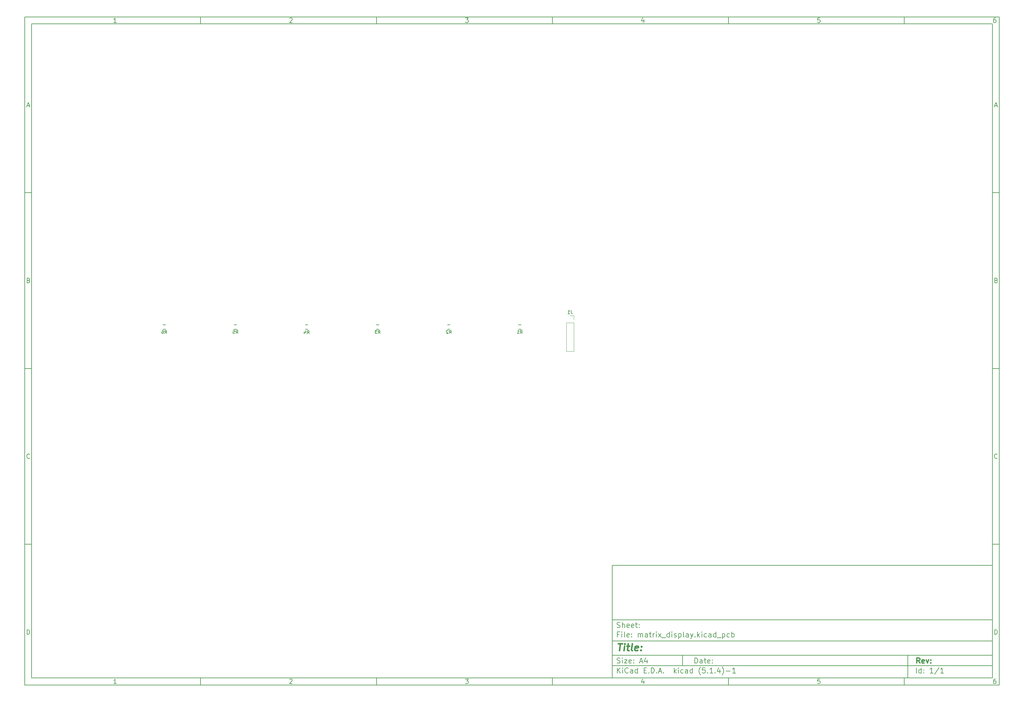
<source format=gbo>
G04 #@! TF.GenerationSoftware,KiCad,Pcbnew,(5.1.4)-1*
G04 #@! TF.CreationDate,2019-10-28T14:50:51+08:00*
G04 #@! TF.ProjectId,matrix_display,6d617472-6978-45f6-9469-73706c61792e,rev?*
G04 #@! TF.SameCoordinates,Original*
G04 #@! TF.FileFunction,Legend,Bot*
G04 #@! TF.FilePolarity,Positive*
%FSLAX46Y46*%
G04 Gerber Fmt 4.6, Leading zero omitted, Abs format (unit mm)*
G04 Created by KiCad (PCBNEW (5.1.4)-1) date 2019-10-28 14:50:51*
%MOMM*%
%LPD*%
G04 APERTURE LIST*
%ADD10C,0.150000*%
%ADD11C,0.300000*%
%ADD12C,0.400000*%
%ADD13C,0.120000*%
G04 APERTURE END LIST*
D10*
X177002200Y-166007200D02*
X177002200Y-198007200D01*
X285002200Y-198007200D01*
X285002200Y-166007200D01*
X177002200Y-166007200D01*
X10000000Y-10000000D02*
X10000000Y-200007200D01*
X287002200Y-200007200D01*
X287002200Y-10000000D01*
X10000000Y-10000000D01*
X12000000Y-12000000D02*
X12000000Y-198007200D01*
X285002200Y-198007200D01*
X285002200Y-12000000D01*
X12000000Y-12000000D01*
X60000000Y-12000000D02*
X60000000Y-10000000D01*
X110000000Y-12000000D02*
X110000000Y-10000000D01*
X160000000Y-12000000D02*
X160000000Y-10000000D01*
X210000000Y-12000000D02*
X210000000Y-10000000D01*
X260000000Y-12000000D02*
X260000000Y-10000000D01*
X36065476Y-11588095D02*
X35322619Y-11588095D01*
X35694047Y-11588095D02*
X35694047Y-10288095D01*
X35570238Y-10473809D01*
X35446428Y-10597619D01*
X35322619Y-10659523D01*
X85322619Y-10411904D02*
X85384523Y-10350000D01*
X85508333Y-10288095D01*
X85817857Y-10288095D01*
X85941666Y-10350000D01*
X86003571Y-10411904D01*
X86065476Y-10535714D01*
X86065476Y-10659523D01*
X86003571Y-10845238D01*
X85260714Y-11588095D01*
X86065476Y-11588095D01*
X135260714Y-10288095D02*
X136065476Y-10288095D01*
X135632142Y-10783333D01*
X135817857Y-10783333D01*
X135941666Y-10845238D01*
X136003571Y-10907142D01*
X136065476Y-11030952D01*
X136065476Y-11340476D01*
X136003571Y-11464285D01*
X135941666Y-11526190D01*
X135817857Y-11588095D01*
X135446428Y-11588095D01*
X135322619Y-11526190D01*
X135260714Y-11464285D01*
X185941666Y-10721428D02*
X185941666Y-11588095D01*
X185632142Y-10226190D02*
X185322619Y-11154761D01*
X186127380Y-11154761D01*
X236003571Y-10288095D02*
X235384523Y-10288095D01*
X235322619Y-10907142D01*
X235384523Y-10845238D01*
X235508333Y-10783333D01*
X235817857Y-10783333D01*
X235941666Y-10845238D01*
X236003571Y-10907142D01*
X236065476Y-11030952D01*
X236065476Y-11340476D01*
X236003571Y-11464285D01*
X235941666Y-11526190D01*
X235817857Y-11588095D01*
X235508333Y-11588095D01*
X235384523Y-11526190D01*
X235322619Y-11464285D01*
X285941666Y-10288095D02*
X285694047Y-10288095D01*
X285570238Y-10350000D01*
X285508333Y-10411904D01*
X285384523Y-10597619D01*
X285322619Y-10845238D01*
X285322619Y-11340476D01*
X285384523Y-11464285D01*
X285446428Y-11526190D01*
X285570238Y-11588095D01*
X285817857Y-11588095D01*
X285941666Y-11526190D01*
X286003571Y-11464285D01*
X286065476Y-11340476D01*
X286065476Y-11030952D01*
X286003571Y-10907142D01*
X285941666Y-10845238D01*
X285817857Y-10783333D01*
X285570238Y-10783333D01*
X285446428Y-10845238D01*
X285384523Y-10907142D01*
X285322619Y-11030952D01*
X60000000Y-198007200D02*
X60000000Y-200007200D01*
X110000000Y-198007200D02*
X110000000Y-200007200D01*
X160000000Y-198007200D02*
X160000000Y-200007200D01*
X210000000Y-198007200D02*
X210000000Y-200007200D01*
X260000000Y-198007200D02*
X260000000Y-200007200D01*
X36065476Y-199595295D02*
X35322619Y-199595295D01*
X35694047Y-199595295D02*
X35694047Y-198295295D01*
X35570238Y-198481009D01*
X35446428Y-198604819D01*
X35322619Y-198666723D01*
X85322619Y-198419104D02*
X85384523Y-198357200D01*
X85508333Y-198295295D01*
X85817857Y-198295295D01*
X85941666Y-198357200D01*
X86003571Y-198419104D01*
X86065476Y-198542914D01*
X86065476Y-198666723D01*
X86003571Y-198852438D01*
X85260714Y-199595295D01*
X86065476Y-199595295D01*
X135260714Y-198295295D02*
X136065476Y-198295295D01*
X135632142Y-198790533D01*
X135817857Y-198790533D01*
X135941666Y-198852438D01*
X136003571Y-198914342D01*
X136065476Y-199038152D01*
X136065476Y-199347676D01*
X136003571Y-199471485D01*
X135941666Y-199533390D01*
X135817857Y-199595295D01*
X135446428Y-199595295D01*
X135322619Y-199533390D01*
X135260714Y-199471485D01*
X185941666Y-198728628D02*
X185941666Y-199595295D01*
X185632142Y-198233390D02*
X185322619Y-199161961D01*
X186127380Y-199161961D01*
X236003571Y-198295295D02*
X235384523Y-198295295D01*
X235322619Y-198914342D01*
X235384523Y-198852438D01*
X235508333Y-198790533D01*
X235817857Y-198790533D01*
X235941666Y-198852438D01*
X236003571Y-198914342D01*
X236065476Y-199038152D01*
X236065476Y-199347676D01*
X236003571Y-199471485D01*
X235941666Y-199533390D01*
X235817857Y-199595295D01*
X235508333Y-199595295D01*
X235384523Y-199533390D01*
X235322619Y-199471485D01*
X285941666Y-198295295D02*
X285694047Y-198295295D01*
X285570238Y-198357200D01*
X285508333Y-198419104D01*
X285384523Y-198604819D01*
X285322619Y-198852438D01*
X285322619Y-199347676D01*
X285384523Y-199471485D01*
X285446428Y-199533390D01*
X285570238Y-199595295D01*
X285817857Y-199595295D01*
X285941666Y-199533390D01*
X286003571Y-199471485D01*
X286065476Y-199347676D01*
X286065476Y-199038152D01*
X286003571Y-198914342D01*
X285941666Y-198852438D01*
X285817857Y-198790533D01*
X285570238Y-198790533D01*
X285446428Y-198852438D01*
X285384523Y-198914342D01*
X285322619Y-199038152D01*
X10000000Y-60000000D02*
X12000000Y-60000000D01*
X10000000Y-110000000D02*
X12000000Y-110000000D01*
X10000000Y-160000000D02*
X12000000Y-160000000D01*
X10690476Y-35216666D02*
X11309523Y-35216666D01*
X10566666Y-35588095D02*
X11000000Y-34288095D01*
X11433333Y-35588095D01*
X11092857Y-84907142D02*
X11278571Y-84969047D01*
X11340476Y-85030952D01*
X11402380Y-85154761D01*
X11402380Y-85340476D01*
X11340476Y-85464285D01*
X11278571Y-85526190D01*
X11154761Y-85588095D01*
X10659523Y-85588095D01*
X10659523Y-84288095D01*
X11092857Y-84288095D01*
X11216666Y-84350000D01*
X11278571Y-84411904D01*
X11340476Y-84535714D01*
X11340476Y-84659523D01*
X11278571Y-84783333D01*
X11216666Y-84845238D01*
X11092857Y-84907142D01*
X10659523Y-84907142D01*
X11402380Y-135464285D02*
X11340476Y-135526190D01*
X11154761Y-135588095D01*
X11030952Y-135588095D01*
X10845238Y-135526190D01*
X10721428Y-135402380D01*
X10659523Y-135278571D01*
X10597619Y-135030952D01*
X10597619Y-134845238D01*
X10659523Y-134597619D01*
X10721428Y-134473809D01*
X10845238Y-134350000D01*
X11030952Y-134288095D01*
X11154761Y-134288095D01*
X11340476Y-134350000D01*
X11402380Y-134411904D01*
X10659523Y-185588095D02*
X10659523Y-184288095D01*
X10969047Y-184288095D01*
X11154761Y-184350000D01*
X11278571Y-184473809D01*
X11340476Y-184597619D01*
X11402380Y-184845238D01*
X11402380Y-185030952D01*
X11340476Y-185278571D01*
X11278571Y-185402380D01*
X11154761Y-185526190D01*
X10969047Y-185588095D01*
X10659523Y-185588095D01*
X287002200Y-60000000D02*
X285002200Y-60000000D01*
X287002200Y-110000000D02*
X285002200Y-110000000D01*
X287002200Y-160000000D02*
X285002200Y-160000000D01*
X285692676Y-35216666D02*
X286311723Y-35216666D01*
X285568866Y-35588095D02*
X286002200Y-34288095D01*
X286435533Y-35588095D01*
X286095057Y-84907142D02*
X286280771Y-84969047D01*
X286342676Y-85030952D01*
X286404580Y-85154761D01*
X286404580Y-85340476D01*
X286342676Y-85464285D01*
X286280771Y-85526190D01*
X286156961Y-85588095D01*
X285661723Y-85588095D01*
X285661723Y-84288095D01*
X286095057Y-84288095D01*
X286218866Y-84350000D01*
X286280771Y-84411904D01*
X286342676Y-84535714D01*
X286342676Y-84659523D01*
X286280771Y-84783333D01*
X286218866Y-84845238D01*
X286095057Y-84907142D01*
X285661723Y-84907142D01*
X286404580Y-135464285D02*
X286342676Y-135526190D01*
X286156961Y-135588095D01*
X286033152Y-135588095D01*
X285847438Y-135526190D01*
X285723628Y-135402380D01*
X285661723Y-135278571D01*
X285599819Y-135030952D01*
X285599819Y-134845238D01*
X285661723Y-134597619D01*
X285723628Y-134473809D01*
X285847438Y-134350000D01*
X286033152Y-134288095D01*
X286156961Y-134288095D01*
X286342676Y-134350000D01*
X286404580Y-134411904D01*
X285661723Y-185588095D02*
X285661723Y-184288095D01*
X285971247Y-184288095D01*
X286156961Y-184350000D01*
X286280771Y-184473809D01*
X286342676Y-184597619D01*
X286404580Y-184845238D01*
X286404580Y-185030952D01*
X286342676Y-185278571D01*
X286280771Y-185402380D01*
X286156961Y-185526190D01*
X285971247Y-185588095D01*
X285661723Y-185588095D01*
X200434342Y-193785771D02*
X200434342Y-192285771D01*
X200791485Y-192285771D01*
X201005771Y-192357200D01*
X201148628Y-192500057D01*
X201220057Y-192642914D01*
X201291485Y-192928628D01*
X201291485Y-193142914D01*
X201220057Y-193428628D01*
X201148628Y-193571485D01*
X201005771Y-193714342D01*
X200791485Y-193785771D01*
X200434342Y-193785771D01*
X202577200Y-193785771D02*
X202577200Y-193000057D01*
X202505771Y-192857200D01*
X202362914Y-192785771D01*
X202077200Y-192785771D01*
X201934342Y-192857200D01*
X202577200Y-193714342D02*
X202434342Y-193785771D01*
X202077200Y-193785771D01*
X201934342Y-193714342D01*
X201862914Y-193571485D01*
X201862914Y-193428628D01*
X201934342Y-193285771D01*
X202077200Y-193214342D01*
X202434342Y-193214342D01*
X202577200Y-193142914D01*
X203077200Y-192785771D02*
X203648628Y-192785771D01*
X203291485Y-192285771D02*
X203291485Y-193571485D01*
X203362914Y-193714342D01*
X203505771Y-193785771D01*
X203648628Y-193785771D01*
X204720057Y-193714342D02*
X204577200Y-193785771D01*
X204291485Y-193785771D01*
X204148628Y-193714342D01*
X204077200Y-193571485D01*
X204077200Y-193000057D01*
X204148628Y-192857200D01*
X204291485Y-192785771D01*
X204577200Y-192785771D01*
X204720057Y-192857200D01*
X204791485Y-193000057D01*
X204791485Y-193142914D01*
X204077200Y-193285771D01*
X205434342Y-193642914D02*
X205505771Y-193714342D01*
X205434342Y-193785771D01*
X205362914Y-193714342D01*
X205434342Y-193642914D01*
X205434342Y-193785771D01*
X205434342Y-192857200D02*
X205505771Y-192928628D01*
X205434342Y-193000057D01*
X205362914Y-192928628D01*
X205434342Y-192857200D01*
X205434342Y-193000057D01*
X177002200Y-194507200D02*
X285002200Y-194507200D01*
X178434342Y-196585771D02*
X178434342Y-195085771D01*
X179291485Y-196585771D02*
X178648628Y-195728628D01*
X179291485Y-195085771D02*
X178434342Y-195942914D01*
X179934342Y-196585771D02*
X179934342Y-195585771D01*
X179934342Y-195085771D02*
X179862914Y-195157200D01*
X179934342Y-195228628D01*
X180005771Y-195157200D01*
X179934342Y-195085771D01*
X179934342Y-195228628D01*
X181505771Y-196442914D02*
X181434342Y-196514342D01*
X181220057Y-196585771D01*
X181077200Y-196585771D01*
X180862914Y-196514342D01*
X180720057Y-196371485D01*
X180648628Y-196228628D01*
X180577200Y-195942914D01*
X180577200Y-195728628D01*
X180648628Y-195442914D01*
X180720057Y-195300057D01*
X180862914Y-195157200D01*
X181077200Y-195085771D01*
X181220057Y-195085771D01*
X181434342Y-195157200D01*
X181505771Y-195228628D01*
X182791485Y-196585771D02*
X182791485Y-195800057D01*
X182720057Y-195657200D01*
X182577200Y-195585771D01*
X182291485Y-195585771D01*
X182148628Y-195657200D01*
X182791485Y-196514342D02*
X182648628Y-196585771D01*
X182291485Y-196585771D01*
X182148628Y-196514342D01*
X182077200Y-196371485D01*
X182077200Y-196228628D01*
X182148628Y-196085771D01*
X182291485Y-196014342D01*
X182648628Y-196014342D01*
X182791485Y-195942914D01*
X184148628Y-196585771D02*
X184148628Y-195085771D01*
X184148628Y-196514342D02*
X184005771Y-196585771D01*
X183720057Y-196585771D01*
X183577200Y-196514342D01*
X183505771Y-196442914D01*
X183434342Y-196300057D01*
X183434342Y-195871485D01*
X183505771Y-195728628D01*
X183577200Y-195657200D01*
X183720057Y-195585771D01*
X184005771Y-195585771D01*
X184148628Y-195657200D01*
X186005771Y-195800057D02*
X186505771Y-195800057D01*
X186720057Y-196585771D02*
X186005771Y-196585771D01*
X186005771Y-195085771D01*
X186720057Y-195085771D01*
X187362914Y-196442914D02*
X187434342Y-196514342D01*
X187362914Y-196585771D01*
X187291485Y-196514342D01*
X187362914Y-196442914D01*
X187362914Y-196585771D01*
X188077200Y-196585771D02*
X188077200Y-195085771D01*
X188434342Y-195085771D01*
X188648628Y-195157200D01*
X188791485Y-195300057D01*
X188862914Y-195442914D01*
X188934342Y-195728628D01*
X188934342Y-195942914D01*
X188862914Y-196228628D01*
X188791485Y-196371485D01*
X188648628Y-196514342D01*
X188434342Y-196585771D01*
X188077200Y-196585771D01*
X189577200Y-196442914D02*
X189648628Y-196514342D01*
X189577200Y-196585771D01*
X189505771Y-196514342D01*
X189577200Y-196442914D01*
X189577200Y-196585771D01*
X190220057Y-196157200D02*
X190934342Y-196157200D01*
X190077200Y-196585771D02*
X190577200Y-195085771D01*
X191077200Y-196585771D01*
X191577200Y-196442914D02*
X191648628Y-196514342D01*
X191577200Y-196585771D01*
X191505771Y-196514342D01*
X191577200Y-196442914D01*
X191577200Y-196585771D01*
X194577200Y-196585771D02*
X194577200Y-195085771D01*
X194720057Y-196014342D02*
X195148628Y-196585771D01*
X195148628Y-195585771D02*
X194577200Y-196157200D01*
X195791485Y-196585771D02*
X195791485Y-195585771D01*
X195791485Y-195085771D02*
X195720057Y-195157200D01*
X195791485Y-195228628D01*
X195862914Y-195157200D01*
X195791485Y-195085771D01*
X195791485Y-195228628D01*
X197148628Y-196514342D02*
X197005771Y-196585771D01*
X196720057Y-196585771D01*
X196577200Y-196514342D01*
X196505771Y-196442914D01*
X196434342Y-196300057D01*
X196434342Y-195871485D01*
X196505771Y-195728628D01*
X196577200Y-195657200D01*
X196720057Y-195585771D01*
X197005771Y-195585771D01*
X197148628Y-195657200D01*
X198434342Y-196585771D02*
X198434342Y-195800057D01*
X198362914Y-195657200D01*
X198220057Y-195585771D01*
X197934342Y-195585771D01*
X197791485Y-195657200D01*
X198434342Y-196514342D02*
X198291485Y-196585771D01*
X197934342Y-196585771D01*
X197791485Y-196514342D01*
X197720057Y-196371485D01*
X197720057Y-196228628D01*
X197791485Y-196085771D01*
X197934342Y-196014342D01*
X198291485Y-196014342D01*
X198434342Y-195942914D01*
X199791485Y-196585771D02*
X199791485Y-195085771D01*
X199791485Y-196514342D02*
X199648628Y-196585771D01*
X199362914Y-196585771D01*
X199220057Y-196514342D01*
X199148628Y-196442914D01*
X199077200Y-196300057D01*
X199077200Y-195871485D01*
X199148628Y-195728628D01*
X199220057Y-195657200D01*
X199362914Y-195585771D01*
X199648628Y-195585771D01*
X199791485Y-195657200D01*
X202077200Y-197157200D02*
X202005771Y-197085771D01*
X201862914Y-196871485D01*
X201791485Y-196728628D01*
X201720057Y-196514342D01*
X201648628Y-196157200D01*
X201648628Y-195871485D01*
X201720057Y-195514342D01*
X201791485Y-195300057D01*
X201862914Y-195157200D01*
X202005771Y-194942914D01*
X202077200Y-194871485D01*
X203362914Y-195085771D02*
X202648628Y-195085771D01*
X202577200Y-195800057D01*
X202648628Y-195728628D01*
X202791485Y-195657200D01*
X203148628Y-195657200D01*
X203291485Y-195728628D01*
X203362914Y-195800057D01*
X203434342Y-195942914D01*
X203434342Y-196300057D01*
X203362914Y-196442914D01*
X203291485Y-196514342D01*
X203148628Y-196585771D01*
X202791485Y-196585771D01*
X202648628Y-196514342D01*
X202577200Y-196442914D01*
X204077200Y-196442914D02*
X204148628Y-196514342D01*
X204077200Y-196585771D01*
X204005771Y-196514342D01*
X204077200Y-196442914D01*
X204077200Y-196585771D01*
X205577200Y-196585771D02*
X204720057Y-196585771D01*
X205148628Y-196585771D02*
X205148628Y-195085771D01*
X205005771Y-195300057D01*
X204862914Y-195442914D01*
X204720057Y-195514342D01*
X206220057Y-196442914D02*
X206291485Y-196514342D01*
X206220057Y-196585771D01*
X206148628Y-196514342D01*
X206220057Y-196442914D01*
X206220057Y-196585771D01*
X207577200Y-195585771D02*
X207577200Y-196585771D01*
X207220057Y-195014342D02*
X206862914Y-196085771D01*
X207791485Y-196085771D01*
X208220057Y-197157200D02*
X208291485Y-197085771D01*
X208434342Y-196871485D01*
X208505771Y-196728628D01*
X208577200Y-196514342D01*
X208648628Y-196157200D01*
X208648628Y-195871485D01*
X208577200Y-195514342D01*
X208505771Y-195300057D01*
X208434342Y-195157200D01*
X208291485Y-194942914D01*
X208220057Y-194871485D01*
X209362914Y-196014342D02*
X210505771Y-196014342D01*
X212005771Y-196585771D02*
X211148628Y-196585771D01*
X211577200Y-196585771D02*
X211577200Y-195085771D01*
X211434342Y-195300057D01*
X211291485Y-195442914D01*
X211148628Y-195514342D01*
X177002200Y-191507200D02*
X285002200Y-191507200D01*
D11*
X264411485Y-193785771D02*
X263911485Y-193071485D01*
X263554342Y-193785771D02*
X263554342Y-192285771D01*
X264125771Y-192285771D01*
X264268628Y-192357200D01*
X264340057Y-192428628D01*
X264411485Y-192571485D01*
X264411485Y-192785771D01*
X264340057Y-192928628D01*
X264268628Y-193000057D01*
X264125771Y-193071485D01*
X263554342Y-193071485D01*
X265625771Y-193714342D02*
X265482914Y-193785771D01*
X265197200Y-193785771D01*
X265054342Y-193714342D01*
X264982914Y-193571485D01*
X264982914Y-193000057D01*
X265054342Y-192857200D01*
X265197200Y-192785771D01*
X265482914Y-192785771D01*
X265625771Y-192857200D01*
X265697200Y-193000057D01*
X265697200Y-193142914D01*
X264982914Y-193285771D01*
X266197200Y-192785771D02*
X266554342Y-193785771D01*
X266911485Y-192785771D01*
X267482914Y-193642914D02*
X267554342Y-193714342D01*
X267482914Y-193785771D01*
X267411485Y-193714342D01*
X267482914Y-193642914D01*
X267482914Y-193785771D01*
X267482914Y-192857200D02*
X267554342Y-192928628D01*
X267482914Y-193000057D01*
X267411485Y-192928628D01*
X267482914Y-192857200D01*
X267482914Y-193000057D01*
D10*
X178362914Y-193714342D02*
X178577200Y-193785771D01*
X178934342Y-193785771D01*
X179077200Y-193714342D01*
X179148628Y-193642914D01*
X179220057Y-193500057D01*
X179220057Y-193357200D01*
X179148628Y-193214342D01*
X179077200Y-193142914D01*
X178934342Y-193071485D01*
X178648628Y-193000057D01*
X178505771Y-192928628D01*
X178434342Y-192857200D01*
X178362914Y-192714342D01*
X178362914Y-192571485D01*
X178434342Y-192428628D01*
X178505771Y-192357200D01*
X178648628Y-192285771D01*
X179005771Y-192285771D01*
X179220057Y-192357200D01*
X179862914Y-193785771D02*
X179862914Y-192785771D01*
X179862914Y-192285771D02*
X179791485Y-192357200D01*
X179862914Y-192428628D01*
X179934342Y-192357200D01*
X179862914Y-192285771D01*
X179862914Y-192428628D01*
X180434342Y-192785771D02*
X181220057Y-192785771D01*
X180434342Y-193785771D01*
X181220057Y-193785771D01*
X182362914Y-193714342D02*
X182220057Y-193785771D01*
X181934342Y-193785771D01*
X181791485Y-193714342D01*
X181720057Y-193571485D01*
X181720057Y-193000057D01*
X181791485Y-192857200D01*
X181934342Y-192785771D01*
X182220057Y-192785771D01*
X182362914Y-192857200D01*
X182434342Y-193000057D01*
X182434342Y-193142914D01*
X181720057Y-193285771D01*
X183077200Y-193642914D02*
X183148628Y-193714342D01*
X183077200Y-193785771D01*
X183005771Y-193714342D01*
X183077200Y-193642914D01*
X183077200Y-193785771D01*
X183077200Y-192857200D02*
X183148628Y-192928628D01*
X183077200Y-193000057D01*
X183005771Y-192928628D01*
X183077200Y-192857200D01*
X183077200Y-193000057D01*
X184862914Y-193357200D02*
X185577200Y-193357200D01*
X184720057Y-193785771D02*
X185220057Y-192285771D01*
X185720057Y-193785771D01*
X186862914Y-192785771D02*
X186862914Y-193785771D01*
X186505771Y-192214342D02*
X186148628Y-193285771D01*
X187077200Y-193285771D01*
X263434342Y-196585771D02*
X263434342Y-195085771D01*
X264791485Y-196585771D02*
X264791485Y-195085771D01*
X264791485Y-196514342D02*
X264648628Y-196585771D01*
X264362914Y-196585771D01*
X264220057Y-196514342D01*
X264148628Y-196442914D01*
X264077200Y-196300057D01*
X264077200Y-195871485D01*
X264148628Y-195728628D01*
X264220057Y-195657200D01*
X264362914Y-195585771D01*
X264648628Y-195585771D01*
X264791485Y-195657200D01*
X265505771Y-196442914D02*
X265577200Y-196514342D01*
X265505771Y-196585771D01*
X265434342Y-196514342D01*
X265505771Y-196442914D01*
X265505771Y-196585771D01*
X265505771Y-195657200D02*
X265577200Y-195728628D01*
X265505771Y-195800057D01*
X265434342Y-195728628D01*
X265505771Y-195657200D01*
X265505771Y-195800057D01*
X268148628Y-196585771D02*
X267291485Y-196585771D01*
X267720057Y-196585771D02*
X267720057Y-195085771D01*
X267577200Y-195300057D01*
X267434342Y-195442914D01*
X267291485Y-195514342D01*
X269862914Y-195014342D02*
X268577200Y-196942914D01*
X271148628Y-196585771D02*
X270291485Y-196585771D01*
X270720057Y-196585771D02*
X270720057Y-195085771D01*
X270577200Y-195300057D01*
X270434342Y-195442914D01*
X270291485Y-195514342D01*
X177002200Y-187507200D02*
X285002200Y-187507200D01*
D12*
X178714580Y-188211961D02*
X179857438Y-188211961D01*
X179036009Y-190211961D02*
X179286009Y-188211961D01*
X180274104Y-190211961D02*
X180440771Y-188878628D01*
X180524104Y-188211961D02*
X180416961Y-188307200D01*
X180500295Y-188402438D01*
X180607438Y-188307200D01*
X180524104Y-188211961D01*
X180500295Y-188402438D01*
X181107438Y-188878628D02*
X181869342Y-188878628D01*
X181476485Y-188211961D02*
X181262200Y-189926247D01*
X181333628Y-190116723D01*
X181512200Y-190211961D01*
X181702676Y-190211961D01*
X182655057Y-190211961D02*
X182476485Y-190116723D01*
X182405057Y-189926247D01*
X182619342Y-188211961D01*
X184190771Y-190116723D02*
X183988390Y-190211961D01*
X183607438Y-190211961D01*
X183428866Y-190116723D01*
X183357438Y-189926247D01*
X183452676Y-189164342D01*
X183571723Y-188973866D01*
X183774104Y-188878628D01*
X184155057Y-188878628D01*
X184333628Y-188973866D01*
X184405057Y-189164342D01*
X184381247Y-189354819D01*
X183405057Y-189545295D01*
X185155057Y-190021485D02*
X185238390Y-190116723D01*
X185131247Y-190211961D01*
X185047914Y-190116723D01*
X185155057Y-190021485D01*
X185131247Y-190211961D01*
X185286009Y-188973866D02*
X185369342Y-189069104D01*
X185262200Y-189164342D01*
X185178866Y-189069104D01*
X185286009Y-188973866D01*
X185262200Y-189164342D01*
D10*
X178934342Y-185600057D02*
X178434342Y-185600057D01*
X178434342Y-186385771D02*
X178434342Y-184885771D01*
X179148628Y-184885771D01*
X179720057Y-186385771D02*
X179720057Y-185385771D01*
X179720057Y-184885771D02*
X179648628Y-184957200D01*
X179720057Y-185028628D01*
X179791485Y-184957200D01*
X179720057Y-184885771D01*
X179720057Y-185028628D01*
X180648628Y-186385771D02*
X180505771Y-186314342D01*
X180434342Y-186171485D01*
X180434342Y-184885771D01*
X181791485Y-186314342D02*
X181648628Y-186385771D01*
X181362914Y-186385771D01*
X181220057Y-186314342D01*
X181148628Y-186171485D01*
X181148628Y-185600057D01*
X181220057Y-185457200D01*
X181362914Y-185385771D01*
X181648628Y-185385771D01*
X181791485Y-185457200D01*
X181862914Y-185600057D01*
X181862914Y-185742914D01*
X181148628Y-185885771D01*
X182505771Y-186242914D02*
X182577200Y-186314342D01*
X182505771Y-186385771D01*
X182434342Y-186314342D01*
X182505771Y-186242914D01*
X182505771Y-186385771D01*
X182505771Y-185457200D02*
X182577200Y-185528628D01*
X182505771Y-185600057D01*
X182434342Y-185528628D01*
X182505771Y-185457200D01*
X182505771Y-185600057D01*
X184362914Y-186385771D02*
X184362914Y-185385771D01*
X184362914Y-185528628D02*
X184434342Y-185457200D01*
X184577200Y-185385771D01*
X184791485Y-185385771D01*
X184934342Y-185457200D01*
X185005771Y-185600057D01*
X185005771Y-186385771D01*
X185005771Y-185600057D02*
X185077200Y-185457200D01*
X185220057Y-185385771D01*
X185434342Y-185385771D01*
X185577200Y-185457200D01*
X185648628Y-185600057D01*
X185648628Y-186385771D01*
X187005771Y-186385771D02*
X187005771Y-185600057D01*
X186934342Y-185457200D01*
X186791485Y-185385771D01*
X186505771Y-185385771D01*
X186362914Y-185457200D01*
X187005771Y-186314342D02*
X186862914Y-186385771D01*
X186505771Y-186385771D01*
X186362914Y-186314342D01*
X186291485Y-186171485D01*
X186291485Y-186028628D01*
X186362914Y-185885771D01*
X186505771Y-185814342D01*
X186862914Y-185814342D01*
X187005771Y-185742914D01*
X187505771Y-185385771D02*
X188077200Y-185385771D01*
X187720057Y-184885771D02*
X187720057Y-186171485D01*
X187791485Y-186314342D01*
X187934342Y-186385771D01*
X188077200Y-186385771D01*
X188577200Y-186385771D02*
X188577200Y-185385771D01*
X188577200Y-185671485D02*
X188648628Y-185528628D01*
X188720057Y-185457200D01*
X188862914Y-185385771D01*
X189005771Y-185385771D01*
X189505771Y-186385771D02*
X189505771Y-185385771D01*
X189505771Y-184885771D02*
X189434342Y-184957200D01*
X189505771Y-185028628D01*
X189577200Y-184957200D01*
X189505771Y-184885771D01*
X189505771Y-185028628D01*
X190077200Y-186385771D02*
X190862914Y-185385771D01*
X190077200Y-185385771D02*
X190862914Y-186385771D01*
X191077200Y-186528628D02*
X192220057Y-186528628D01*
X193220057Y-186385771D02*
X193220057Y-184885771D01*
X193220057Y-186314342D02*
X193077200Y-186385771D01*
X192791485Y-186385771D01*
X192648628Y-186314342D01*
X192577200Y-186242914D01*
X192505771Y-186100057D01*
X192505771Y-185671485D01*
X192577200Y-185528628D01*
X192648628Y-185457200D01*
X192791485Y-185385771D01*
X193077200Y-185385771D01*
X193220057Y-185457200D01*
X193934342Y-186385771D02*
X193934342Y-185385771D01*
X193934342Y-184885771D02*
X193862914Y-184957200D01*
X193934342Y-185028628D01*
X194005771Y-184957200D01*
X193934342Y-184885771D01*
X193934342Y-185028628D01*
X194577200Y-186314342D02*
X194720057Y-186385771D01*
X195005771Y-186385771D01*
X195148628Y-186314342D01*
X195220057Y-186171485D01*
X195220057Y-186100057D01*
X195148628Y-185957200D01*
X195005771Y-185885771D01*
X194791485Y-185885771D01*
X194648628Y-185814342D01*
X194577200Y-185671485D01*
X194577200Y-185600057D01*
X194648628Y-185457200D01*
X194791485Y-185385771D01*
X195005771Y-185385771D01*
X195148628Y-185457200D01*
X195862914Y-185385771D02*
X195862914Y-186885771D01*
X195862914Y-185457200D02*
X196005771Y-185385771D01*
X196291485Y-185385771D01*
X196434342Y-185457200D01*
X196505771Y-185528628D01*
X196577200Y-185671485D01*
X196577200Y-186100057D01*
X196505771Y-186242914D01*
X196434342Y-186314342D01*
X196291485Y-186385771D01*
X196005771Y-186385771D01*
X195862914Y-186314342D01*
X197434342Y-186385771D02*
X197291485Y-186314342D01*
X197220057Y-186171485D01*
X197220057Y-184885771D01*
X198648628Y-186385771D02*
X198648628Y-185600057D01*
X198577200Y-185457200D01*
X198434342Y-185385771D01*
X198148628Y-185385771D01*
X198005771Y-185457200D01*
X198648628Y-186314342D02*
X198505771Y-186385771D01*
X198148628Y-186385771D01*
X198005771Y-186314342D01*
X197934342Y-186171485D01*
X197934342Y-186028628D01*
X198005771Y-185885771D01*
X198148628Y-185814342D01*
X198505771Y-185814342D01*
X198648628Y-185742914D01*
X199220057Y-185385771D02*
X199577200Y-186385771D01*
X199934342Y-185385771D02*
X199577200Y-186385771D01*
X199434342Y-186742914D01*
X199362914Y-186814342D01*
X199220057Y-186885771D01*
X200505771Y-186242914D02*
X200577200Y-186314342D01*
X200505771Y-186385771D01*
X200434342Y-186314342D01*
X200505771Y-186242914D01*
X200505771Y-186385771D01*
X201220057Y-186385771D02*
X201220057Y-184885771D01*
X201362914Y-185814342D02*
X201791485Y-186385771D01*
X201791485Y-185385771D02*
X201220057Y-185957200D01*
X202434342Y-186385771D02*
X202434342Y-185385771D01*
X202434342Y-184885771D02*
X202362914Y-184957200D01*
X202434342Y-185028628D01*
X202505771Y-184957200D01*
X202434342Y-184885771D01*
X202434342Y-185028628D01*
X203791485Y-186314342D02*
X203648628Y-186385771D01*
X203362914Y-186385771D01*
X203220057Y-186314342D01*
X203148628Y-186242914D01*
X203077200Y-186100057D01*
X203077200Y-185671485D01*
X203148628Y-185528628D01*
X203220057Y-185457200D01*
X203362914Y-185385771D01*
X203648628Y-185385771D01*
X203791485Y-185457200D01*
X205077200Y-186385771D02*
X205077200Y-185600057D01*
X205005771Y-185457200D01*
X204862914Y-185385771D01*
X204577200Y-185385771D01*
X204434342Y-185457200D01*
X205077200Y-186314342D02*
X204934342Y-186385771D01*
X204577200Y-186385771D01*
X204434342Y-186314342D01*
X204362914Y-186171485D01*
X204362914Y-186028628D01*
X204434342Y-185885771D01*
X204577200Y-185814342D01*
X204934342Y-185814342D01*
X205077200Y-185742914D01*
X206434342Y-186385771D02*
X206434342Y-184885771D01*
X206434342Y-186314342D02*
X206291485Y-186385771D01*
X206005771Y-186385771D01*
X205862914Y-186314342D01*
X205791485Y-186242914D01*
X205720057Y-186100057D01*
X205720057Y-185671485D01*
X205791485Y-185528628D01*
X205862914Y-185457200D01*
X206005771Y-185385771D01*
X206291485Y-185385771D01*
X206434342Y-185457200D01*
X206791485Y-186528628D02*
X207934342Y-186528628D01*
X208291485Y-185385771D02*
X208291485Y-186885771D01*
X208291485Y-185457200D02*
X208434342Y-185385771D01*
X208720057Y-185385771D01*
X208862914Y-185457200D01*
X208934342Y-185528628D01*
X209005771Y-185671485D01*
X209005771Y-186100057D01*
X208934342Y-186242914D01*
X208862914Y-186314342D01*
X208720057Y-186385771D01*
X208434342Y-186385771D01*
X208291485Y-186314342D01*
X210291485Y-186314342D02*
X210148628Y-186385771D01*
X209862914Y-186385771D01*
X209720057Y-186314342D01*
X209648628Y-186242914D01*
X209577200Y-186100057D01*
X209577200Y-185671485D01*
X209648628Y-185528628D01*
X209720057Y-185457200D01*
X209862914Y-185385771D01*
X210148628Y-185385771D01*
X210291485Y-185457200D01*
X210934342Y-186385771D02*
X210934342Y-184885771D01*
X210934342Y-185457200D02*
X211077200Y-185385771D01*
X211362914Y-185385771D01*
X211505771Y-185457200D01*
X211577200Y-185528628D01*
X211648628Y-185671485D01*
X211648628Y-186100057D01*
X211577200Y-186242914D01*
X211505771Y-186314342D01*
X211362914Y-186385771D01*
X211077200Y-186385771D01*
X210934342Y-186314342D01*
X177002200Y-181507200D02*
X285002200Y-181507200D01*
X178362914Y-183614342D02*
X178577200Y-183685771D01*
X178934342Y-183685771D01*
X179077200Y-183614342D01*
X179148628Y-183542914D01*
X179220057Y-183400057D01*
X179220057Y-183257200D01*
X179148628Y-183114342D01*
X179077200Y-183042914D01*
X178934342Y-182971485D01*
X178648628Y-182900057D01*
X178505771Y-182828628D01*
X178434342Y-182757200D01*
X178362914Y-182614342D01*
X178362914Y-182471485D01*
X178434342Y-182328628D01*
X178505771Y-182257200D01*
X178648628Y-182185771D01*
X179005771Y-182185771D01*
X179220057Y-182257200D01*
X179862914Y-183685771D02*
X179862914Y-182185771D01*
X180505771Y-183685771D02*
X180505771Y-182900057D01*
X180434342Y-182757200D01*
X180291485Y-182685771D01*
X180077200Y-182685771D01*
X179934342Y-182757200D01*
X179862914Y-182828628D01*
X181791485Y-183614342D02*
X181648628Y-183685771D01*
X181362914Y-183685771D01*
X181220057Y-183614342D01*
X181148628Y-183471485D01*
X181148628Y-182900057D01*
X181220057Y-182757200D01*
X181362914Y-182685771D01*
X181648628Y-182685771D01*
X181791485Y-182757200D01*
X181862914Y-182900057D01*
X181862914Y-183042914D01*
X181148628Y-183185771D01*
X183077200Y-183614342D02*
X182934342Y-183685771D01*
X182648628Y-183685771D01*
X182505771Y-183614342D01*
X182434342Y-183471485D01*
X182434342Y-182900057D01*
X182505771Y-182757200D01*
X182648628Y-182685771D01*
X182934342Y-182685771D01*
X183077200Y-182757200D01*
X183148628Y-182900057D01*
X183148628Y-183042914D01*
X182434342Y-183185771D01*
X183577200Y-182685771D02*
X184148628Y-182685771D01*
X183791485Y-182185771D02*
X183791485Y-183471485D01*
X183862914Y-183614342D01*
X184005771Y-183685771D01*
X184148628Y-183685771D01*
X184648628Y-183542914D02*
X184720057Y-183614342D01*
X184648628Y-183685771D01*
X184577200Y-183614342D01*
X184648628Y-183542914D01*
X184648628Y-183685771D01*
X184648628Y-182757200D02*
X184720057Y-182828628D01*
X184648628Y-182900057D01*
X184577200Y-182828628D01*
X184648628Y-182757200D01*
X184648628Y-182900057D01*
X197002200Y-191507200D02*
X197002200Y-194507200D01*
X261002200Y-191507200D02*
X261002200Y-198007200D01*
D13*
X166060000Y-94940000D02*
X165000000Y-94940000D01*
X166060000Y-96000000D02*
X166060000Y-94940000D01*
X166060000Y-97000000D02*
X163940000Y-97000000D01*
X163940000Y-97000000D02*
X163940000Y-105060000D01*
X166060000Y-97000000D02*
X166060000Y-105060000D01*
X166060000Y-105060000D02*
X163940000Y-105060000D01*
D10*
X151050000Y-97600000D02*
X150350000Y-97600000D01*
X150350000Y-98800000D02*
X151050000Y-98800000D01*
X130150000Y-98800000D02*
X130850000Y-98800000D01*
X130850000Y-97600000D02*
X130150000Y-97600000D01*
X110650000Y-97600000D02*
X109950000Y-97600000D01*
X109950000Y-98800000D02*
X110650000Y-98800000D01*
X50050000Y-97600000D02*
X49350000Y-97600000D01*
X49350000Y-98800000D02*
X50050000Y-98800000D01*
X89750000Y-98800000D02*
X90450000Y-98800000D01*
X90450000Y-97600000D02*
X89750000Y-97600000D01*
X69550000Y-98800000D02*
X70250000Y-98800000D01*
X70250000Y-97600000D02*
X69550000Y-97600000D01*
X165333333Y-93392380D02*
X165333333Y-94106666D01*
X165380952Y-94249523D01*
X165476190Y-94344761D01*
X165619047Y-94392380D01*
X165714285Y-94392380D01*
X164333333Y-94392380D02*
X164904761Y-94392380D01*
X164619047Y-94392380D02*
X164619047Y-93392380D01*
X164714285Y-93535238D01*
X164809523Y-93630476D01*
X164904761Y-93678095D01*
X150850000Y-100007142D02*
X151150000Y-99578571D01*
X151364285Y-100007142D02*
X151364285Y-99107142D01*
X151021428Y-99107142D01*
X150935714Y-99150000D01*
X150892857Y-99192857D01*
X150850000Y-99278571D01*
X150850000Y-99407142D01*
X150892857Y-99492857D01*
X150935714Y-99535714D01*
X151021428Y-99578571D01*
X151364285Y-99578571D01*
X149992857Y-100007142D02*
X150507142Y-100007142D01*
X150250000Y-100007142D02*
X150250000Y-99107142D01*
X150335714Y-99235714D01*
X150421428Y-99321428D01*
X150507142Y-99364285D01*
X130660000Y-100047142D02*
X130960000Y-99618571D01*
X131174285Y-100047142D02*
X131174285Y-99147142D01*
X130831428Y-99147142D01*
X130745714Y-99190000D01*
X130702857Y-99232857D01*
X130660000Y-99318571D01*
X130660000Y-99447142D01*
X130702857Y-99532857D01*
X130745714Y-99575714D01*
X130831428Y-99618571D01*
X131174285Y-99618571D01*
X130317142Y-99232857D02*
X130274285Y-99190000D01*
X130188571Y-99147142D01*
X129974285Y-99147142D01*
X129888571Y-99190000D01*
X129845714Y-99232857D01*
X129802857Y-99318571D01*
X129802857Y-99404285D01*
X129845714Y-99532857D01*
X130360000Y-100047142D01*
X129802857Y-100047142D01*
X110450000Y-100047142D02*
X110750000Y-99618571D01*
X110964285Y-100047142D02*
X110964285Y-99147142D01*
X110621428Y-99147142D01*
X110535714Y-99190000D01*
X110492857Y-99232857D01*
X110450000Y-99318571D01*
X110450000Y-99447142D01*
X110492857Y-99532857D01*
X110535714Y-99575714D01*
X110621428Y-99618571D01*
X110964285Y-99618571D01*
X110150000Y-99147142D02*
X109592857Y-99147142D01*
X109892857Y-99490000D01*
X109764285Y-99490000D01*
X109678571Y-99532857D01*
X109635714Y-99575714D01*
X109592857Y-99661428D01*
X109592857Y-99875714D01*
X109635714Y-99961428D01*
X109678571Y-100004285D01*
X109764285Y-100047142D01*
X110021428Y-100047142D01*
X110107142Y-100004285D01*
X110150000Y-99961428D01*
X49850000Y-100057142D02*
X50150000Y-99628571D01*
X50364285Y-100057142D02*
X50364285Y-99157142D01*
X50021428Y-99157142D01*
X49935714Y-99200000D01*
X49892857Y-99242857D01*
X49850000Y-99328571D01*
X49850000Y-99457142D01*
X49892857Y-99542857D01*
X49935714Y-99585714D01*
X50021428Y-99628571D01*
X50364285Y-99628571D01*
X49078571Y-99157142D02*
X49250000Y-99157142D01*
X49335714Y-99200000D01*
X49378571Y-99242857D01*
X49464285Y-99371428D01*
X49507142Y-99542857D01*
X49507142Y-99885714D01*
X49464285Y-99971428D01*
X49421428Y-100014285D01*
X49335714Y-100057142D01*
X49164285Y-100057142D01*
X49078571Y-100014285D01*
X49035714Y-99971428D01*
X48992857Y-99885714D01*
X48992857Y-99671428D01*
X49035714Y-99585714D01*
X49078571Y-99542857D01*
X49164285Y-99500000D01*
X49335714Y-99500000D01*
X49421428Y-99542857D01*
X49464285Y-99585714D01*
X49507142Y-99671428D01*
X90250000Y-100087142D02*
X90550000Y-99658571D01*
X90764285Y-100087142D02*
X90764285Y-99187142D01*
X90421428Y-99187142D01*
X90335714Y-99230000D01*
X90292857Y-99272857D01*
X90250000Y-99358571D01*
X90250000Y-99487142D01*
X90292857Y-99572857D01*
X90335714Y-99615714D01*
X90421428Y-99658571D01*
X90764285Y-99658571D01*
X89478571Y-99487142D02*
X89478571Y-100087142D01*
X89692857Y-99144285D02*
X89907142Y-99787142D01*
X89350000Y-99787142D01*
X70050000Y-100027142D02*
X70350000Y-99598571D01*
X70564285Y-100027142D02*
X70564285Y-99127142D01*
X70221428Y-99127142D01*
X70135714Y-99170000D01*
X70092857Y-99212857D01*
X70050000Y-99298571D01*
X70050000Y-99427142D01*
X70092857Y-99512857D01*
X70135714Y-99555714D01*
X70221428Y-99598571D01*
X70564285Y-99598571D01*
X69235714Y-99127142D02*
X69664285Y-99127142D01*
X69707142Y-99555714D01*
X69664285Y-99512857D01*
X69578571Y-99470000D01*
X69364285Y-99470000D01*
X69278571Y-99512857D01*
X69235714Y-99555714D01*
X69192857Y-99641428D01*
X69192857Y-99855714D01*
X69235714Y-99941428D01*
X69278571Y-99984285D01*
X69364285Y-100027142D01*
X69578571Y-100027142D01*
X69664285Y-99984285D01*
X69707142Y-99941428D01*
M02*

</source>
